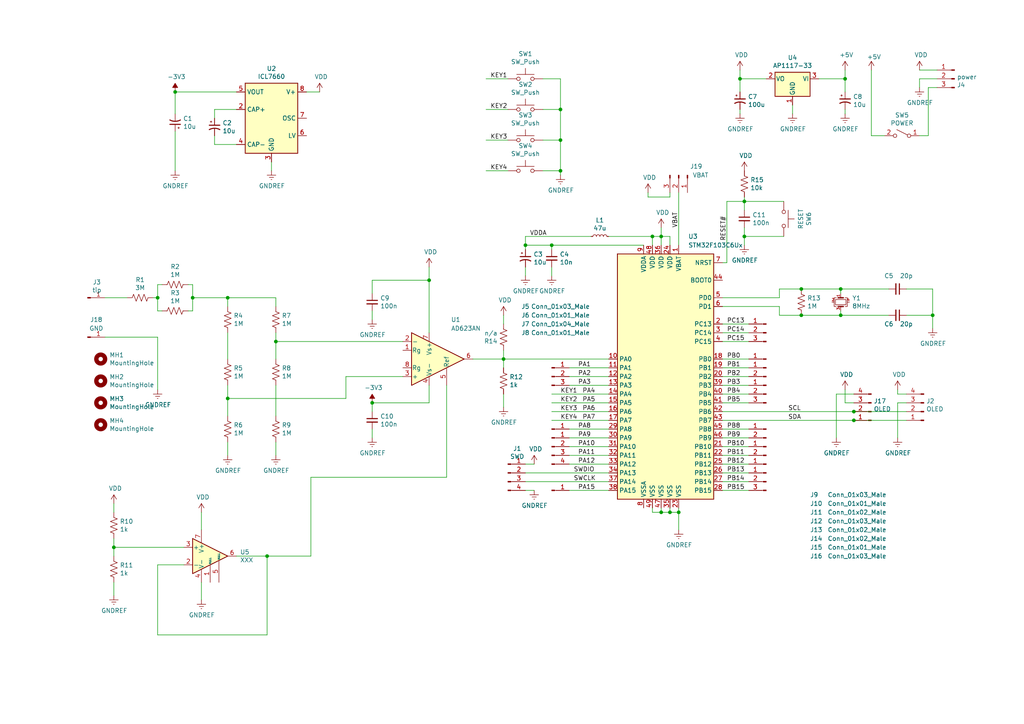
<source format=kicad_sch>
(kicad_sch (version 20211123) (generator eeschema)
  (paper "A4")
  (title_block (date "2018-11-05") (rev "1.1"))
  (lib_symbols
    (symbol "Amplifier_Instrumentation:AD623AN" (pin_names (offset 0.127))
      (property "Reference" "U" (at 3.556 7.366 0))
      (property "Value" "AD623AN" (at 6.604 5.334 0))
      (symbol "AD623AN_1_1"
        (pin passive line (at -7.62 2.54 0) (length 2.54) (name "Rg") (number "1"))
        (pin input line (at -7.62 5.08 0) (length 2.54) (name "-") (number "2"))
        (pin input line (at -7.62 -5.08 0) (length 2.54) (name "+") (number "3"))
        (pin power_in line (at 0 -7.62 90) (length 2.54) (name "Vs-") (number "4"))
        (pin passive line (at 5.08 -7.62 90) (length 5.08) (name "Ref") (number "5"))
        (pin output line (at 12.7 0 180) (length 2.54) (name "~") (number "6"))
        (pin power_in line (at 0 7.62 270) (length 2.54) (name "Vs+") (number "7"))
        (pin passive line (at -7.62 -2.54 0) (length 2.54) (name "Rg") (number "8"))
      )
    )
    (symbol "Amplifier_Operational:LM741" (pin_names (offset 0.127))
      (property "Reference" "U" (at 0 6.35 0))
      (property "Value" "LM741" (at 0 3.81 0))
      (symbol "LM741_1_1"
        (pin input line (at 0 -7.62 90) (length 5.08) (name "NULL") (number "1"))
        (pin input line (at -7.62 -2.54 0) (length 2.54) (name "-") (number "2"))
        (pin input line (at -7.62 2.54 0) (length 2.54) (name "+") (number "3"))
        (pin power_in line (at -2.54 -7.62 90) (length 3.81) (name "V-") (number "4"))
        (pin input line (at 2.54 -7.62 90) (length 6.35) (name "NULL") (number "5"))
        (pin output line (at 7.62 0 180) (length 2.54) (name "~") (number "6"))
        (pin power_in line (at -2.54 7.62 270) (length 3.81) (name "V+") (number "7"))
        (pin no_connect line (at 0 2.54 270) (length 2.54) hide (name "NC") (number "8"))
      )
    )
    (symbol "Connector:Conn_01x01_Male" (pin_names (offset 1.016) hide)
      (property "Reference" "J" (at 0 2.54 0))
      (property "Value" "Conn_01x01_Male" (at 0 -2.54 0))
      (symbol "Conn_01x01_Male_1_1"
        (pin passive line (at 5.08 0 180) (length 3.81) (name "Pin_1") (number "1"))
      )
    )
    (symbol "Connector:Conn_01x02_Male" (pin_names (offset 1.016) hide)
      (property "Reference" "J" (at 0 2.54 0))
      (property "Value" "Conn_01x02_Male" (at 0 -5.08 0))
      (symbol "Conn_01x02_Male_1_1"
        (pin passive line (at 5.08 0 180) (length 3.81) (name "Pin_1") (number "1"))
        (pin passive line (at 5.08 -2.54 180) (length 3.81) (name "Pin_2") (number "2"))
      )
    )
    (symbol "Connector:Conn_01x03_Male" (pin_names (offset 1.016) hide)
      (property "Reference" "J" (at 0 5.08 0))
      (property "Value" "Conn_01x03_Male" (at 0 -5.08 0))
      (symbol "Conn_01x03_Male_1_1"
        (pin passive line (at 5.08 2.54 180) (length 3.81) (name "Pin_1") (number "1"))
        (pin passive line (at 5.08 0 180) (length 3.81) (name "Pin_2") (number "2"))
        (pin passive line (at 5.08 -2.54 180) (length 3.81) (name "Pin_3") (number "3"))
      )
    )
    (symbol "Connector:Conn_01x04_Male" (pin_names (offset 1.016) hide)
      (property "Reference" "J" (at 0 5.08 0))
      (property "Value" "Conn_01x04_Male" (at 0 -7.62 0))
      (symbol "Conn_01x04_Male_1_1"
        (pin passive line (at 5.08 2.54 180) (length 3.81) (name "Pin_1") (number "1"))
        (pin passive line (at 5.08 0 180) (length 3.81) (name "Pin_2") (number "2"))
        (pin passive line (at 5.08 -2.54 180) (length 3.81) (name "Pin_3") (number "3"))
        (pin passive line (at 5.08 -5.08 180) (length 3.81) (name "Pin_4") (number "4"))
      )
    )
    (symbol "Device:CP1_Small" (pin_numbers hide) (pin_names (offset 0.254) hide)
      (property "Reference" "C" (at 0.254 1.778 0))
      (property "Value" "Device_CP1_Small" (at 0.254 -2.032 0))
      (symbol "CP1_Small_1_1"
        (pin passive line (at 0 2.54 270) (length 2.032) (name "~") (number "1"))
        (pin passive line (at 0 -2.54 90) (length 2.032) (name "~") (number "2"))
      )
    )
    (symbol "Device:C_Small" (pin_numbers hide) (pin_names (offset 0.254) hide)
      (property "Reference" "C" (at 0.254 1.778 0))
      (property "Value" "C_Small" (at 0.254 -2.032 0))
      (symbol "C_Small_1_1"
        (pin passive line (at 0 2.54 270) (length 2.032) (name "~") (number "1"))
        (pin passive line (at 0 -2.54 90) (length 2.032) (name "~") (number "2"))
      )
    )
    (symbol "Device:Crystal_GND24_Small" (pin_names (offset 1.016) hide)
      (property "Reference" "Y" (at 1.27 4.445 0))
      (property "Value" "Crystal_GND24_Small" (at 1.27 2.54 0))
      (symbol "Crystal_GND24_Small_1_1"
        (pin passive line (at -2.54 0 0) (length 1.27) (name "1") (number "1"))
        (pin passive line (at 0 -2.54 90) (length 0.635) (name "2") (number "2"))
        (pin passive line (at 2.54 0 180) (length 1.27) (name "3") (number "3"))
        (pin passive line (at 0 2.54 270) (length 0.635) (name "4") (number "4"))
      )
    )
    (symbol "Device:L_Small" (pin_numbers hide) (pin_names (offset 0.254) hide)
      (property "Reference" "L" (at 0.762 1.016 0))
      (property "Value" "L_Small" (at 0.762 -1.016 0))
      (symbol "L_Small_1_1"
        (pin passive line (at 0 2.54 270) (length 0.508) (name "~") (number "1"))
        (pin passive line (at 0 -2.54 90) (length 0.508) (name "~") (number "2"))
      )
    )
    (symbol "Device:R_US" (pin_numbers hide) (pin_names (offset 0))
      (property "Reference" "R" (at 2.54 0 90))
      (property "Value" "R_US" (at -2.54 0 90))
      (symbol "R_US_1_1"
        (pin passive line (at 0 3.81 270) (length 1.27) (name "~") (number "1"))
        (pin passive line (at 0 -3.81 90) (length 1.27) (name "~") (number "2"))
      )
    )
    (symbol "MCU_ST_STM32F1:STM32F103C6Ux"
      (property "Reference" "U" (at -15.24 36.83 0))
      (property "Value" "STM32F103C6Ux" (at 7.62 36.83 0))
      (symbol "STM32F103C6Ux_1_1"
        (pin power_in line (at -5.08 38.1 270) (length 2.54) (name "VBAT") (number "1"))
        (pin bidirectional line (at 15.24 5.08 180) (length 2.54) (name "PA0") (number "10"))
        (pin bidirectional line (at 15.24 2.54 180) (length 2.54) (name "PA1") (number "11"))
        (pin bidirectional line (at 15.24 0 180) (length 2.54) (name "PA2") (number "12"))
        (pin bidirectional line (at 15.24 -2.54 180) (length 2.54) (name "PA3") (number "13"))
        (pin bidirectional line (at 15.24 -5.08 180) (length 2.54) (name "PA4") (number "14"))
        (pin bidirectional line (at 15.24 -7.62 180) (length 2.54) (name "PA5") (number "15"))
        (pin bidirectional line (at 15.24 -10.16 180) (length 2.54) (name "PA6") (number "16"))
        (pin bidirectional line (at 15.24 -12.7 180) (length 2.54) (name "PA7") (number "17"))
        (pin bidirectional line (at -17.78 5.08 0) (length 2.54) (name "PB0") (number "18"))
        (pin bidirectional line (at -17.78 2.54 0) (length 2.54) (name "PB1") (number "19"))
        (pin bidirectional line (at -17.78 15.24 0) (length 2.54) (name "PC13") (number "2"))
        (pin bidirectional line (at -17.78 0 0) (length 2.54) (name "PB2") (number "20"))
        (pin bidirectional line (at -17.78 -20.32 0) (length 2.54) (name "PB10") (number "21"))
        (pin bidirectional line (at -17.78 -22.86 0) (length 2.54) (name "PB11") (number "22"))
        (pin power_in line (at -5.08 -38.1 90) (length 2.54) (name "VSS") (number "23"))
        (pin power_in line (at -2.54 38.1 270) (length 2.54) (name "VDD") (number "24"))
        (pin bidirectional line (at -17.78 -25.4 0) (length 2.54) (name "PB12") (number "25"))
        (pin bidirectional line (at -17.78 -27.94 0) (length 2.54) (name "PB13") (number "26"))
        (pin bidirectional line (at -17.78 -30.48 0) (length 2.54) (name "PB14") (number "27"))
        (pin bidirectional line (at -17.78 -33.02 0) (length 2.54) (name "PB15") (number "28"))
        (pin bidirectional line (at 15.24 -15.24 180) (length 2.54) (name "PA8") (number "29"))
        (pin bidirectional line (at -17.78 12.7 0) (length 2.54) (name "PC14") (number "3"))
        (pin bidirectional line (at 15.24 -17.78 180) (length 2.54) (name "PA9") (number "30"))
        (pin bidirectional line (at 15.24 -20.32 180) (length 2.54) (name "PA10") (number "31"))
        (pin bidirectional line (at 15.24 -22.86 180) (length 2.54) (name "PA11") (number "32"))
        (pin bidirectional line (at 15.24 -25.4 180) (length 2.54) (name "PA12") (number "33"))
        (pin bidirectional line (at 15.24 -27.94 180) (length 2.54) (name "PA13") (number "34"))
        (pin power_in line (at -2.54 -38.1 90) (length 2.54) (name "VSS") (number "35"))
        (pin power_in line (at 0 38.1 270) (length 2.54) (name "VDD") (number "36"))
        (pin bidirectional line (at 15.24 -30.48 180) (length 2.54) (name "PA14") (number "37"))
        (pin bidirectional line (at 15.24 -33.02 180) (length 2.54) (name "PA15") (number "38"))
        (pin bidirectional line (at -17.78 -2.54 0) (length 2.54) (name "PB3") (number "39"))
        (pin bidirectional line (at -17.78 10.16 0) (length 2.54) (name "PC15") (number "4"))
        (pin bidirectional line (at -17.78 -5.08 0) (length 2.54) (name "PB4") (number "40"))
        (pin bidirectional line (at -17.78 -7.62 0) (length 2.54) (name "PB5") (number "41"))
        (pin bidirectional line (at -17.78 -10.16 0) (length 2.54) (name "PB6") (number "42"))
        (pin bidirectional line (at -17.78 -12.7 0) (length 2.54) (name "PB7") (number "43"))
        (pin input line (at -17.78 27.94 0) (length 2.54) (name "BOOT0") (number "44"))
        (pin bidirectional line (at -17.78 -15.24 0) (length 2.54) (name "PB8") (number "45"))
        (pin bidirectional line (at -17.78 -17.78 0) (length 2.54) (name "PB9") (number "46"))
        (pin power_in line (at 0 -38.1 90) (length 2.54) (name "VSS") (number "47"))
        (pin power_in line (at 2.54 38.1 270) (length 2.54) (name "VDD") (number "48"))
        (pin power_in line (at 2.54 -38.1 90) (length 2.54) (name "VSS") (number "49"))
        (pin input line (at -17.78 22.86 0) (length 2.54) (name "PD0") (number "5"))
        (pin input line (at -17.78 20.32 0) (length 2.54) (name "PD1") (number "6"))
        (pin input line (at -17.78 33.02 0) (length 2.54) (name "NRST") (number "7"))
        (pin power_in line (at 5.08 -38.1 90) (length 2.54) (name "VSSA") (number "8"))
        (pin power_in line (at 5.08 38.1 270) (length 2.54) (name "VDDA") (number "9"))
      )
    )
    (symbol "Mechanical:MountingHole" (pin_names (offset 1.016))
      (property "Reference" "H" (at 0 5.08 0))
      (property "Value" "MountingHole" (at 0 3.175 0))
    )
    (symbol "Regulator_Linear:AP1117-33" (pin_names (offset 0.254))
      (property "Reference" "U" (at -3.81 3.175 0))
      (property "Value" "AP1117-33" (at 0 3.175 0))
      (symbol "AP1117-33_1_1"
        (pin power_in line (at 0 -7.62 90) (length 2.54) (name "GND") (number "1"))
        (pin power_out line (at 7.62 0 180) (length 2.54) (name "VO") (number "2"))
        (pin power_in line (at -7.62 0 0) (length 2.54) (name "VI") (number "3"))
      )
    )
    (symbol "Regulator_SwitchedCapacitor:ICL7660"
      (property "Reference" "U" (at -6.35 11.43 0))
      (property "Value" "ICL7660" (at 3.81 11.43 0))
      (symbol "ICL7660_1_1"
        (pin no_connect line (at -7.62 5.08 0) (length 2.54) hide (name "NC") (number "1"))
        (pin input line (at 10.16 2.54 180) (length 2.54) (name "CAP+") (number "2"))
        (pin power_in line (at 0 -12.7 90) (length 2.54) (name "GND") (number "3"))
        (pin input line (at 10.16 -7.62 180) (length 2.54) (name "CAP-") (number "4"))
        (pin power_out line (at 10.16 7.62 180) (length 2.54) (name "VOUT") (number "5"))
        (pin input line (at -10.16 -5.08 0) (length 2.54) (name "LV") (number "6"))
        (pin input line (at -10.16 0 0) (length 2.54) (name "OSC") (number "7"))
        (pin power_in line (at -10.16 7.62 0) (length 2.54) (name "V+") (number "8"))
      )
    )
    (symbol "Switch:SW_Push" (pin_numbers hide) (pin_names (offset 1.016) hide)
      (property "Reference" "SW" (at 1.27 2.54 0))
      (property "Value" "SW_Push" (at 0 -1.524 0))
      (symbol "SW_Push_0_1"
        (pin passive line (at -5.08 0 0) (length 2.54) (name "1") (number "1"))
        (pin passive line (at 5.08 0 180) (length 2.54) (name "2") (number "2"))
      )
    )
    (symbol "Switch:SW_SPST" (pin_names (offset 0) hide)
      (property "Reference" "SW" (at 0 3.175 0))
      (property "Value" "SW_SPST" (at 0 -2.54 0))
      (symbol "SW_SPST_1_1"
        (pin passive line (at -5.08 0 0) (length 2.54) (name "A") (number "1"))
        (pin passive line (at 5.08 0 180) (length 2.54) (name "B") (number "2"))
      )
    )
    (symbol "power:+5V" (power) (pin_names (offset 0))
      (property "Value" "+5V" (at 0 3.556 0))
      (symbol "+5V_1_1"
        (pin power_in line (at 0 0 90) (length 0) hide (name "+5V") (number "1"))
      )
    )
    (symbol "power:-3V3" (power) (pin_names (offset 0))
      (property "Value" "-3V3" (at 0 3.81 0))
      (symbol "-3V3_0_0"
        (pin power_in line (at 0 0 90) (length 0) hide (name "-3V3") (number "1"))
      )
    )
    (symbol "power:GNDREF" (power) (pin_names (offset 0))
      (property "Value" "GNDREF" (at 0 -3.81 0))
      (symbol "GNDREF_1_1"
        (pin power_in line (at 0 0 270) (length 0) hide (name "GNDREF") (number "1"))
      )
    )
    (symbol "power:VDD" (power) (pin_names (offset 0))
      (property "Value" "VDD" (at 0 3.81 0))
      (symbol "VDD_1_1"
        (pin power_in line (at 0 0 90) (length 0) hide (name "VDD") (number "1"))
      )
    )
  )
  (junction (at 194.31 148.59))
  (junction (at 55.88 86.36))
  (junction (at 215.9 58.42))
  (junction (at 162.56 40.64))
  (junction (at 146.05 104.14))
  (junction (at 270.51 91.44))
  (junction (at 77.47 161.29))
  (junction (at 66.04 115.57))
  (junction (at 124.46 81.28))
  (junction (at 245.11 22.86))
  (junction (at 162.56 31.75))
  (junction (at 247.65 119.38))
  (junction (at 243.84 83.82))
  (junction (at 189.23 68.58))
  (junction (at 232.41 83.82))
  (junction (at 162.56 49.53))
  (junction (at 152.4 71.12))
  (junction (at 214.63 22.86))
  (junction (at 247.65 121.92))
  (junction (at 232.41 91.44))
  (junction (at 191.77 148.59))
  (junction (at 66.04 86.36))
  (junction (at 243.84 91.44))
  (junction (at 191.77 68.58))
  (junction (at 45.72 86.36))
  (junction (at 33.02 158.75))
  (junction (at 107.95 116.84))
  (junction (at 80.01 99.06))
  (junction (at 196.85 148.59))
  (junction (at 50.8 26.67))
  (junction (at 160.02 71.12))
  (junction (at 215.9 68.58))
  (wire (pts (xy 194.31 148.59) (xy 196.85 148.59)))
  (wire (pts (xy 194.31 68.58) (xy 191.77 68.58)))
  (wire (pts (xy 217.17 116.84) (xy 209.55 116.84)))
  (wire (pts (xy 33.02 156.21) (xy 33.02 158.75)))
  (wire (pts (xy 33.02 168.91) (xy 33.02 172.72)))
  (wire (pts (xy 189.23 148.59) (xy 191.77 148.59)))
  (wire (pts (xy 53.34 163.83) (xy 45.72 163.83)))
  (wire (pts (xy 215.9 68.58) (xy 215.9 66.04)))
  (wire (pts (xy 271.78 20.32) (xy 266.7 20.32)))
  (wire (pts (xy 107.95 116.84) (xy 124.46 116.84)))
  (wire (pts (xy 55.88 86.36) (xy 66.04 86.36)))
  (wire (pts (xy 107.95 90.17) (xy 107.95 92.71)))
  (wire (pts (xy 154.94 142.24) (xy 152.4 142.24)))
  (wire (pts (xy 210.82 58.42) (xy 215.9 58.42)))
  (wire (pts (xy 100.33 115.57) (xy 100.33 109.22)))
  (wire (pts (xy 124.46 77.47) (xy 124.46 81.28)))
  (wire (pts (xy 147.32 49.53) (xy 140.97 49.53)))
  (wire (pts (xy 54.61 90.17) (xy 55.88 90.17)))
  (wire (pts (xy 146.05 101.6) (xy 146.05 104.14)))
  (wire (pts (xy 50.8 33.02) (xy 50.8 26.67)))
  (wire (pts (xy 78.74 49.53) (xy 78.74 46.99)))
  (wire (pts (xy 269.24 39.37) (xy 266.7 39.37)))
  (wire (pts (xy 176.53 124.46) (xy 165.1 124.46)))
  (wire (pts (xy 245.11 20.32) (xy 245.11 22.86)))
  (wire (pts (xy 209.55 109.22) (xy 217.17 109.22)))
  (wire (pts (xy 191.77 147.32) (xy 191.77 148.59)))
  (wire (pts (xy 243.84 91.44) (xy 257.81 91.44)))
  (wire (pts (xy 46.99 90.17) (xy 45.72 90.17)))
  (wire (pts (xy 214.63 31.75) (xy 214.63 33.02)))
  (wire (pts (xy 271.78 25.4) (xy 269.24 25.4)))
  (wire (pts (xy 80.01 96.52) (xy 80.01 99.06)))
  (wire (pts (xy 209.55 88.9) (xy 226.06 88.9)))
  (wire (pts (xy 77.47 184.15) (xy 77.47 161.29)))
  (wire (pts (xy 107.95 85.09) (xy 107.95 81.28)))
  (wire (pts (xy 146.05 106.68) (xy 146.05 104.14)))
  (wire (pts (xy 152.4 71.12) (xy 160.02 71.12)))
  (wire (pts (xy 77.47 161.29) (xy 90.17 161.29)))
  (wire (pts (xy 217.17 129.54) (xy 209.55 129.54)))
  (wire (pts (xy 270.51 91.44) (xy 270.51 95.25)))
  (wire (pts (xy 152.4 68.58) (xy 171.45 68.58)))
  (wire (pts (xy 229.87 30.48) (xy 229.87 33.02)))
  (wire (pts (xy 33.02 158.75) (xy 33.02 161.29)))
  (wire (pts (xy 62.23 41.91) (xy 62.23 39.37)))
  (wire (pts (xy 191.77 71.12) (xy 191.77 68.58)))
  (wire (pts (xy 217.17 134.62) (xy 209.55 134.62)))
  (wire (pts (xy 209.55 119.38) (xy 247.65 119.38)))
  (wire (pts (xy 152.4 137.16) (xy 176.53 137.16)))
  (wire (pts (xy 107.95 124.46) (xy 107.95 127)))
  (wire (pts (xy 260.35 116.84) (xy 260.35 127)))
  (wire (pts (xy 152.4 72.39) (xy 152.4 71.12)))
  (wire (pts (xy 189.23 147.32) (xy 189.23 148.59)))
  (wire (pts (xy 209.55 132.08) (xy 217.17 132.08)))
  (wire (pts (xy 226.06 91.44) (xy 232.41 91.44)))
  (wire (pts (xy 165.1 106.68) (xy 176.53 106.68)))
  (wire (pts (xy 160.02 71.12) (xy 186.69 71.12)))
  (wire (pts (xy 210.82 76.2) (xy 210.82 58.42)))
  (wire (pts (xy 55.88 86.36) (xy 55.88 82.55)))
  (wire (pts (xy 45.72 97.79) (xy 45.72 113.03)))
  (wire (pts (xy 45.72 90.17) (xy 45.72 86.36)))
  (wire (pts (xy 209.55 114.3) (xy 217.17 114.3)))
  (wire (pts (xy 222.25 22.86) (xy 214.63 22.86)))
  (wire (pts (xy 243.84 83.82) (xy 243.84 85.09)))
  (wire (pts (xy 214.63 22.86) (xy 214.63 20.32)))
  (wire (pts (xy 191.77 148.59) (xy 194.31 148.59)))
  (wire (pts (xy 176.53 68.58) (xy 189.23 68.58)))
  (wire (pts (xy 124.46 111.76) (xy 124.46 116.84)))
  (wire (pts (xy 187.96 57.15) (xy 187.96 55.88)))
  (wire (pts (xy 146.05 104.14) (xy 137.16 104.14)))
  (wire (pts (xy 147.32 31.75) (xy 140.97 31.75)))
  (wire (pts (xy 157.48 49.53) (xy 162.56 49.53)))
  (wire (pts (xy 209.55 124.46) (xy 217.17 124.46)))
  (wire (pts (xy 262.89 116.84) (xy 260.35 116.84)))
  (wire (pts (xy 160.02 77.47) (xy 160.02 80.01)))
  (wire (pts (xy 247.65 114.3) (xy 242.57 114.3)))
  (wire (pts (xy 80.01 86.36) (xy 80.01 88.9)))
  (wire (pts (xy 152.4 80.01) (xy 152.4 77.47)))
  (wire (pts (xy 196.85 148.59) (xy 196.85 153.67)))
  (wire (pts (xy 191.77 66.04) (xy 191.77 68.58)))
  (wire (pts (xy 176.53 114.3) (xy 160.02 114.3)))
  (wire (pts (xy 157.48 40.64) (xy 162.56 40.64)))
  (wire (pts (xy 262.89 114.3) (xy 260.35 114.3)))
  (wire (pts (xy 152.4 139.7) (xy 176.53 139.7)))
  (wire (pts (xy 243.84 90.17) (xy 243.84 91.44)))
  (wire (pts (xy 80.01 99.06) (xy 80.01 104.14)))
  (wire (pts (xy 245.11 31.75) (xy 245.11 33.02)))
  (wire (pts (xy 80.01 111.76) (xy 80.01 120.65)))
  (wire (pts (xy 215.9 58.42) (xy 227.33 58.42)))
  (wire (pts (xy 66.04 86.36) (xy 80.01 86.36)))
  (wire (pts (xy 152.4 71.12) (xy 152.4 68.58)))
  (wire (pts (xy 189.23 68.58) (xy 189.23 71.12)))
  (wire (pts (xy 266.7 22.86) (xy 266.7 25.4)))
  (wire (pts (xy 194.31 57.15) (xy 187.96 57.15)))
  (wire (pts (xy 176.53 121.92) (xy 160.02 121.92)))
  (wire (pts (xy 194.31 55.88) (xy 194.31 57.15)))
  (wire (pts (xy 147.32 22.86) (xy 140.97 22.86)))
  (wire (pts (xy 44.45 86.36) (xy 45.72 86.36)))
  (wire (pts (xy 176.53 109.22) (xy 165.1 109.22)))
  (wire (pts (xy 247.65 121.92) (xy 209.55 121.92)))
  (wire (pts (xy 226.06 86.36) (xy 226.06 83.82)))
  (wire (pts (xy 157.48 31.75) (xy 162.56 31.75)))
  (wire (pts (xy 176.53 129.54) (xy 165.1 129.54)))
  (wire (pts (xy 245.11 116.84) (xy 245.11 113.03)))
  (wire (pts (xy 157.48 22.86) (xy 162.56 22.86)))
  (wire (pts (xy 58.42 168.91) (xy 58.42 173.99)))
  (wire (pts (xy 68.58 31.75) (xy 62.23 31.75)))
  (wire (pts (xy 209.55 96.52) (xy 217.17 96.52)))
  (wire (pts (xy 146.05 118.11) (xy 146.05 114.3)))
  (wire (pts (xy 247.65 116.84) (xy 245.11 116.84)))
  (wire (pts (xy 162.56 22.86) (xy 162.56 31.75)))
  (wire (pts (xy 45.72 163.83) (xy 45.72 184.15)))
  (wire (pts (xy 226.06 83.82) (xy 232.41 83.82)))
  (wire (pts (xy 215.9 57.15) (xy 215.9 58.42)))
  (wire (pts (xy 66.04 96.52) (xy 66.04 104.14)))
  (wire (pts (xy 217.17 111.76) (xy 209.55 111.76)))
  (wire (pts (xy 107.95 81.28) (xy 124.46 81.28)))
  (wire (pts (xy 165.1 127) (xy 176.53 127)))
  (wire (pts (xy 100.33 109.22) (xy 116.84 109.22)))
  (wire (pts (xy 209.55 86.36) (xy 226.06 86.36)))
  (wire (pts (xy 77.47 161.29) (xy 68.58 161.29)))
  (wire (pts (xy 162.56 49.53) (xy 162.56 50.8)))
  (wire (pts (xy 165.1 111.76) (xy 176.53 111.76)))
  (wire (pts (xy 146.05 93.98) (xy 146.05 91.44)))
  (wire (pts (xy 62.23 31.75) (xy 62.23 34.29)))
  (wire (pts (xy 271.78 22.86) (xy 266.7 22.86)))
  (wire (pts (xy 162.56 40.64) (xy 162.56 49.53)))
  (wire (pts (xy 45.72 184.15) (xy 77.47 184.15)))
  (wire (pts (xy 55.88 90.17) (xy 55.88 86.36)))
  (wire (pts (xy 50.8 26.67) (xy 68.58 26.67)))
  (wire (pts (xy 243.84 83.82) (xy 257.81 83.82)))
  (wire (pts (xy 36.83 86.36) (xy 30.48 86.36)))
  (wire (pts (xy 217.17 139.7) (xy 209.55 139.7)))
  (wire (pts (xy 33.02 148.59) (xy 33.02 146.05)))
  (wire (pts (xy 262.89 121.92) (xy 247.65 121.92)))
  (wire (pts (xy 194.31 147.32) (xy 194.31 148.59)))
  (wire (pts (xy 217.17 93.98) (xy 209.55 93.98)))
  (wire (pts (xy 256.54 39.37) (xy 252.73 39.37)))
  (wire (pts (xy 209.55 137.16) (xy 217.17 137.16)))
  (wire (pts (xy 50.8 49.53) (xy 50.8 38.1)))
  (wire (pts (xy 176.53 104.14) (xy 146.05 104.14)))
  (wire (pts (xy 260.35 114.3) (xy 260.35 113.03)))
  (wire (pts (xy 160.02 71.12) (xy 160.02 72.39)))
  (wire (pts (xy 242.57 114.3) (xy 242.57 127)))
  (wire (pts (xy 196.85 148.59) (xy 196.85 147.32)))
  (wire (pts (xy 215.9 71.12) (xy 215.9 68.58)))
  (wire (pts (xy 165.1 132.08) (xy 176.53 132.08)))
  (wire (pts (xy 226.06 88.9) (xy 226.06 91.44)))
  (wire (pts (xy 58.42 148.59) (xy 58.42 153.67)))
  (wire (pts (xy 30.48 97.79) (xy 45.72 97.79)))
  (wire (pts (xy 154.94 134.62) (xy 152.4 134.62)))
  (wire (pts (xy 209.55 127) (xy 217.17 127)))
  (wire (pts (xy 66.04 111.76) (xy 66.04 115.57)))
  (wire (pts (xy 176.53 134.62) (xy 165.1 134.62)))
  (wire (pts (xy 270.51 83.82) (xy 270.51 91.44)))
  (wire (pts (xy 45.72 86.36) (xy 45.72 82.55)))
  (wire (pts (xy 80.01 99.06) (xy 116.84 99.06)))
  (wire (pts (xy 165.1 142.24) (xy 176.53 142.24)))
  (wire (pts (xy 90.17 138.43) (xy 129.54 138.43)))
  (wire (pts (xy 209.55 76.2) (xy 210.82 76.2)))
  (wire (pts (xy 269.24 25.4) (xy 269.24 39.37)))
  (wire (pts (xy 209.55 142.24) (xy 217.17 142.24)))
  (wire (pts (xy 247.65 119.38) (xy 262.89 119.38)))
  (wire (pts (xy 232.41 83.82) (xy 243.84 83.82)))
  (wire (pts (xy 245.11 22.86) (xy 237.49 22.86)))
  (wire (pts (xy 46.99 82.55) (xy 45.72 82.55)))
  (wire (pts (xy 90.17 161.29) (xy 90.17 138.43)))
  (wire (pts (xy 147.32 40.64) (xy 140.97 40.64)))
  (wire (pts (xy 54.61 82.55) (xy 55.88 82.55)))
  (wire (pts (xy 88.9 26.67) (xy 92.71 26.67)))
  (wire (pts (xy 66.04 86.36) (xy 66.04 88.9)))
  (wire (pts (xy 196.85 71.12) (xy 196.85 55.88)))
  (wire (pts (xy 214.63 22.86) (xy 214.63 26.67)))
  (wire (pts (xy 66.04 115.57) (xy 66.04 120.65)))
  (wire (pts (xy 227.33 68.58) (xy 215.9 68.58)))
  (wire (pts (xy 232.41 91.44) (xy 243.84 91.44)))
  (wire (pts (xy 215.9 58.42) (xy 215.9 60.96)))
  (wire (pts (xy 262.89 91.44) (xy 270.51 91.44)))
  (wire (pts (xy 217.17 99.06) (xy 209.55 99.06)))
  (wire (pts (xy 124.46 81.28) (xy 124.46 96.52)))
  (wire (pts (xy 129.54 111.76) (xy 129.54 138.43)))
  (wire (pts (xy 80.01 128.27) (xy 80.01 132.08)))
  (wire (pts (xy 176.53 116.84) (xy 160.02 116.84)))
  (wire (pts (xy 252.73 39.37) (xy 252.73 20.32)))
  (wire (pts (xy 53.34 158.75) (xy 33.02 158.75)))
  (wire (pts (xy 262.89 83.82) (xy 270.51 83.82)))
  (wire (pts (xy 68.58 41.91) (xy 62.23 41.91)))
  (wire (pts (xy 191.77 68.58) (xy 189.23 68.58)))
  (wire (pts (xy 217.17 106.68) (xy 209.55 106.68)))
  (wire (pts (xy 66.04 115.57) (xy 100.33 115.57)))
  (wire (pts (xy 209.55 104.14) (xy 217.17 104.14)))
  (wire (pts (xy 194.31 71.12) (xy 194.31 68.58)))
  (wire (pts (xy 245.11 22.86) (xy 245.11 26.67)))
  (wire (pts (xy 107.95 119.38) (xy 107.95 116.84)))
  (wire (pts (xy 176.53 119.38) (xy 160.02 119.38)))
  (wire (pts (xy 162.56 31.75) (xy 162.56 40.64)))
  (wire (pts (xy 66.04 132.08) (xy 66.04 128.27)))
  (label "KEY2" (at 142.24 31.75 0))
  (label "PB11" (at 210.82 132.08 0))
  (label "PA1" (at 167.64 106.68 0))
  (label "PB1" (at 210.82 106.68 0))
  (label "KEY2" (at 162.56 116.84 0))
  (label "PB0" (at 210.82 104.14 0))
  (label "PA10" (at 167.64 129.54 0))
  (label "RESET#" (at 210.82 69.85 90))
  (label "PC14" (at 210.82 96.52 0))
  (label "PA7" (at 168.91 121.92 0))
  (label "PA9" (at 167.64 127 0))
  (label "KEY1" (at 162.56 114.3 0))
  (label "PA4" (at 168.91 114.3 0))
  (label "VDDA" (at 153.67 68.58 0))
  (label "PB5" (at 210.82 116.84 0))
  (label "VBAT" (at 196.85 66.04 90))
  (label "PA5" (at 168.91 116.84 0))
  (label "PB14" (at 210.82 139.7 0))
  (label "PB12" (at 210.82 134.62 0))
  (label "PA8" (at 167.64 124.46 0))
  (label "KEY3" (at 162.56 119.38 0))
  (label "PA15" (at 167.64 142.24 0))
  (label "PB4" (at 210.82 114.3 0))
  (label "SWCLK" (at 166.37 139.7 0))
  (label "KEY4" (at 162.56 121.92 0))
  (label "KEY4" (at 142.24 49.53 0))
  (label "PB9" (at 210.82 127 0))
  (label "PB8" (at 210.82 124.46 0))
  (label "PA12" (at 167.64 134.62 0))
  (label "SCL" (at 228.6 119.38 0))
  (label "PC13" (at 210.82 93.98 0))
  (label "KEY3" (at 142.24 40.64 0))
  (label "SWDIO" (at 166.37 137.16 0))
  (label "PA11" (at 167.64 132.08 0))
  (label "PA6" (at 168.91 119.38 0))
  (label "PB15" (at 210.82 142.24 0))
  (label "PB13" (at 210.82 137.16 0))
  (label "PA3" (at 167.64 111.76 0))
  (label "SDA" (at 228.6 121.92 0))
  (label "PB2" (at 210.82 109.22 0))
  (label "PB10" (at 210.82 129.54 0))
  (label "PA2" (at 167.64 109.22 0))
  (label "PB3" (at 210.82 111.76 0))
  (label "KEY1" (at 142.24 22.86 0))
  (label "PC15" (at 210.82 99.06 0))
  (symbol (lib_id "Amplifier_Instrumentation:AD623AN") (at 124.46 104.14 0) (unit 1)
    (property "Reference" "U1" (at 130.81 92.71 0) (effects (justify left)))
    (property "Value" "AD623AN" (at 130.81 95.25 0) (effects (justify left)))
    (property "Footprint" "Package_SO:MSOP-8_3x3mm_P0.65mm" (effects hide))
    (property "Datasheet" "http://www.analog.com/media/en/technical-documentation/data-sheets/AD623.pdf" (effects hide))
  )
  (symbol (lib_id "Device:R_US") (at 146.05 110.49 180) (unit 1)
    (property "Reference" "R12" (at 147.7772 109.3216 0) (effects (justify right)))
    (property "Value" "1k" (at 147.7772 111.633 0) (effects (justify right)))
    (property "Footprint" "Resistor_SMD:R_0603_1608Metric_Pad0.98x0.95mm_HandSolder" (effects hide))
  )
  (symbol (lib_id "Device:R_US") (at 40.64 86.36 270) (unit 1)
    (property "Reference" "R1" (at 40.64 81.153 90))
    (property "Value" "3M" (at 40.64 83.4644 90))
    (property "Footprint" "Resistor_SMD:R_0603_1608Metric_Pad0.98x0.95mm_HandSolder" (effects hide))
  )
  (symbol (lib_id "Device:R_US") (at 50.8 82.55 270) (unit 1)
    (property "Reference" "R2" (at 50.8 77.343 90))
    (property "Value" "1M" (at 50.8 79.6544 90))
    (property "Footprint" "Resistor_SMD:R_0603_1608Metric_Pad0.98x0.95mm_HandSolder" (effects hide))
  )
  (symbol (lib_id "Device:R_US") (at 66.04 92.71 180) (unit 1)
    (property "Reference" "R4" (at 67.7672 91.5416 0) (effects (justify right)))
    (property "Value" "1M" (at 67.7672 93.853 0) (effects (justify right)))
    (property "Footprint" "Resistor_SMD:R_0603_1608Metric_Pad0.98x0.95mm_HandSolder" (effects hide))
  )
  (symbol (lib_id "Device:R_US") (at 66.04 124.46 180) (unit 1)
    (property "Reference" "R6" (at 67.7672 123.2916 0) (effects (justify right)))
    (property "Value" "1M" (at 67.7672 125.603 0) (effects (justify right)))
    (property "Footprint" "Resistor_SMD:R_0603_1608Metric_Pad0.98x0.95mm_HandSolder" (effects hide))
  )
  (symbol (lib_id "Device:R_US") (at 80.01 92.71 180) (unit 1)
    (property "Reference" "R7" (at 81.7372 91.5416 0) (effects (justify right)))
    (property "Value" "1M" (at 81.7372 93.853 0) (effects (justify right)))
    (property "Footprint" "Resistor_SMD:R_0603_1608Metric_Pad0.98x0.95mm_HandSolder" (effects hide))
  )
  (symbol (lib_id "Device:R_US") (at 80.01 124.46 180) (unit 1)
    (property "Reference" "R9" (at 81.7372 123.2916 0) (effects (justify right)))
    (property "Value" "1M" (at 81.7372 125.603 0) (effects (justify right)))
    (property "Footprint" "Resistor_SMD:R_0603_1608Metric_Pad0.98x0.95mm_HandSolder" (effects hide))
  )
  (symbol (lib_id "power:GNDREF") (at 66.04 132.08 0) (unit 1)
    (property "Reference" "#PWR0101" (effects hide))
    (property "Value" "GNDREF" (at 66.167 136.4742 0))
  )
  (symbol (lib_id "power:GNDREF") (at 80.01 132.08 0) (unit 1)
    (property "Reference" "#PWR0102" (effects hide))
    (property "Value" "GNDREF" (at 80.137 136.4742 0))
  )
  (symbol (lib_id "Regulator_SwitchedCapacitor:ICL7660") (at 78.74 34.29 0) (mirror y) (unit 1)
    (property "Reference" "U2" (at 78.74 19.8882 0))
    (property "Value" "ICL7660" (at 78.74 22.1996 0))
    (property "Footprint" "Package_SO:MSOP-8_3x3mm_P0.65mm" (effects hide))
    (property "Datasheet" "http://datasheets.maximintegrated.com/en/ds/ICL7660-MAX1044.pdf" (effects hide))
  )
  (symbol (lib_id "power:GNDREF") (at 146.05 118.11 0) (unit 1)
    (property "Reference" "#PWR0103" (effects hide))
    (property "Value" "GNDREF" (at 146.177 122.5042 0))
  )
  (symbol (lib_id "Device:R_US") (at 33.02 152.4 180) (unit 1)
    (property "Reference" "R10" (at 34.7472 151.2316 0) (effects (justify right)))
    (property "Value" "1k" (at 34.7472 153.543 0) (effects (justify right)))
    (property "Footprint" "Resistor_SMD:R_0603_1608Metric_Pad0.98x0.95mm_HandSolder" (effects hide))
  )
  (symbol (lib_id "Device:R_US") (at 33.02 165.1 180) (unit 1)
    (property "Reference" "R11" (at 34.7472 163.9316 0) (effects (justify right)))
    (property "Value" "1k" (at 34.7472 166.243 0) (effects (justify right)))
    (property "Footprint" "Resistor_SMD:R_0603_1608Metric_Pad0.98x0.95mm_HandSolder" (effects hide))
  )
  (symbol (lib_id "power:GNDREF") (at 33.02 172.72 0) (unit 1)
    (property "Reference" "#PWR0104" (effects hide))
    (property "Value" "GNDREF" (at 33.147 177.1142 0))
  )
  (symbol (lib_id "power:GNDREF") (at 78.74 49.53 0) (unit 1)
    (property "Reference" "#PWR0105" (effects hide))
    (property "Value" "GNDREF" (at 78.867 53.9242 0))
  )
  (symbol (lib_id "Device:CP1_Small") (at 62.23 36.83 0) (unit 1)
    (property "Reference" "C2" (at 64.5414 35.6616 0) (effects (justify left)))
    (property "Value" "10u" (at 64.5414 37.973 0) (effects (justify left)))
    (property "Footprint" "Capacitor_Tantalum_SMD:CP_EIA-3528-21_Kemet-B" (effects hide))
  )
  (symbol (lib_id "Device:CP1_Small") (at 50.8 35.56 180) (unit 1)
    (property "Reference" "C1" (at 53.1114 34.3916 0) (effects (justify right)))
    (property "Value" "10u" (at 53.1114 36.703 0) (effects (justify right)))
    (property "Footprint" "Capacitor_Tantalum_SMD:CP_EIA-3528-21_Kemet-B" (effects hide))
  )
  (symbol (lib_id "power:GNDREF") (at 50.8 49.53 0) (unit 1)
    (property "Reference" "#PWR0106" (effects hide))
    (property "Value" "GNDREF" (at 50.927 53.9242 0))
  )
  (symbol (lib_id "power:VDD") (at 124.46 77.47 0) (unit 1)
    (property "Reference" "#PWR0107" (effects hide))
    (property "Value" "VDD" (at 124.8918 73.0758 0))
  )
  (symbol (lib_id "power:VDD") (at 33.02 146.05 0) (unit 1)
    (property "Reference" "#PWR0108" (effects hide))
    (property "Value" "VDD" (at 33.4518 141.6558 0))
  )
  (symbol (lib_id "power:VDD") (at 92.71 26.67 0) (unit 1)
    (property "Reference" "#PWR0109" (effects hide))
    (property "Value" "VDD" (at 93.1418 22.2758 0))
  )
  (symbol (lib_id "power:VDD") (at 191.77 66.04 0) (unit 1)
    (property "Reference" "#PWR0110" (effects hide))
    (property "Value" "VDD" (at 192.2018 61.6458 0))
  )
  (symbol (lib_id "power:VDD") (at 260.35 113.03 0) (unit 1)
    (property "Reference" "#PWR06" (effects hide))
    (property "Value" "VDD" (at 260.7818 108.6358 0))
  )
  (symbol (lib_id "power:GNDREF") (at 260.35 127 0) (unit 1)
    (property "Reference" "#PWR07" (effects hide))
    (property "Value" "GNDREF" (at 260.477 131.3942 0))
  )
  (symbol (lib_id "Connector:Conn_01x04_Male") (at 267.97 119.38 180) (unit 1)
    (property "Reference" "J2" (at 268.6558 116.332 0) (effects (justify right)))
    (property "Value" "OLED" (at 268.6558 118.6434 0) (effects (justify right)))
    (property "Footprint" "Connector_PinHeader_2.54mm:PinHeader_1x04_P2.54mm_Vertical" (effects hide))
  )
  (symbol (lib_id "power:GNDREF") (at 154.94 142.24 0) (unit 1)
    (property "Reference" "#PWR05" (effects hide))
    (property "Value" "GNDREF" (at 155.067 146.6342 0))
  )
  (symbol (lib_id "power:VDD") (at 154.94 134.62 0) (unit 1)
    (property "Reference" "#PWR04" (effects hide))
    (property "Value" "VDD" (at 155.3718 130.2258 0))
  )
  (symbol (lib_id "Connector:Conn_01x04_Male") (at 147.32 137.16 0) (unit 1)
    (property "Reference" "J1" (at 150.0124 130.0988 0))
    (property "Value" "SWD" (at 150.0124 132.4102 0))
    (property "Footprint" "Connector_PinHeader_2.54mm:PinHeader_1x04_P2.54mm_Vertical" (effects hide))
  )
  (symbol (lib_id "power:GNDREF") (at 196.85 153.67 0) (unit 1)
    (property "Reference" "#PWR0111" (effects hide))
    (property "Value" "GNDREF" (at 196.977 158.0642 0))
  )
  (symbol (lib_id "Switch:SW_Push") (at 152.4 22.86 0) (unit 1)
    (property "Reference" "SW1" (at 152.4 15.621 0))
    (property "Value" "SW_Push" (at 152.4 17.9324 0))
    (property "Footprint" "Button_Switch_SMD:SW_SPST_B3U-1000P-B" (effects hide))
  )
  (symbol (lib_id "Switch:SW_Push") (at 152.4 31.75 0) (unit 1)
    (property "Reference" "SW2" (at 152.4 24.511 0))
    (property "Value" "SW_Push" (at 152.4 26.8224 0))
    (property "Footprint" "Button_Switch_SMD:SW_SPST_B3U-1000P-B" (effects hide))
  )
  (symbol (lib_id "Switch:SW_Push") (at 152.4 40.64 0) (unit 1)
    (property "Reference" "SW3" (at 152.4 33.401 0))
    (property "Value" "SW_Push" (at 152.4 35.7124 0))
    (property "Footprint" "Button_Switch_SMD:SW_SPST_B3U-1000P-B" (effects hide))
  )
  (symbol (lib_id "Switch:SW_Push") (at 152.4 49.53 0) (unit 1)
    (property "Reference" "SW4" (at 152.4 42.291 0))
    (property "Value" "SW_Push" (at 152.4 44.6024 0))
    (property "Footprint" "Button_Switch_SMD:SW_SPST_B3U-1000P-B" (effects hide))
  )
  (symbol (lib_id "Device:R_US") (at 66.04 107.95 180) (unit 1)
    (property "Reference" "R5" (at 67.7672 106.7816 0) (effects (justify right)))
    (property "Value" "1M" (at 67.7672 109.093 0) (effects (justify right)))
    (property "Footprint" "Resistor_SMD:R_0603_1608Metric_Pad0.98x0.95mm_HandSolder" (effects hide))
  )
  (symbol (lib_id "Device:R_US") (at 80.01 107.95 180) (unit 1)
    (property "Reference" "R8" (at 81.7372 106.7816 0) (effects (justify right)))
    (property "Value" "1M" (at 81.7372 109.093 0) (effects (justify right)))
    (property "Footprint" "Resistor_SMD:R_0603_1608Metric_Pad0.98x0.95mm_HandSolder" (effects hide))
  )
  (symbol (lib_id "Device:R_US") (at 50.8 90.17 270) (unit 1)
    (property "Reference" "R3" (at 50.8 84.963 90))
    (property "Value" "1M" (at 50.8 87.2744 90))
    (property "Footprint" "Resistor_SMD:R_0603_1608Metric_Pad0.98x0.95mm_HandSolder" (effects hide))
  )
  (symbol (lib_id "power:GNDREF") (at 162.56 50.8 0) (unit 1)
    (property "Reference" "#PWR08" (effects hide))
    (property "Value" "GNDREF" (at 162.687 55.1942 0))
  )
  (symbol (lib_id "Connector:Conn_01x01_Male") (at 25.4 86.36 0) (unit 1)
    (property "Reference" "J3" (at 28.0924 81.8388 0))
    (property "Value" "tip" (at 28.0924 84.1502 0))
    (property "Footprint" "Connector_PinHeader_2.54mm:PinHeader_1x01_P2.54mm_Horizontal" (effects hide))
  )
  (symbol (lib_id "Connector:Conn_01x03_Male") (at 276.86 22.86 0) (mirror y) (unit 1)
    (property "Reference" "J4" (at 277.5712 24.638 0) (effects (justify right)))
    (property "Value" "power" (at 277.5712 22.3266 0) (effects (justify right)))
    (property "Footprint" "Connector_PinHeader_2.54mm:PinHeader_1x03_P2.54mm_Horizontal" (effects hide))
  )
  (symbol (lib_id "power:VDD") (at 266.7 20.32 0) (unit 1)
    (property "Reference" "#PWR09" (effects hide))
    (property "Value" "VDD" (at 267.1318 15.9258 0))
  )
  (symbol (lib_id "Device:R_US") (at 232.41 87.63 0) (unit 1)
    (property "Reference" "R13" (at 234.1372 86.4616 0) (effects (justify left)))
    (property "Value" "1M" (at 234.1372 88.773 0) (effects (justify left)))
    (property "Footprint" "Resistor_SMD:R_0603_1608Metric_Pad0.98x0.95mm_HandSolder" (effects hide))
  )
  (symbol (lib_id "Device:Crystal_GND24_Small") (at 243.84 87.63 270) (unit 1)
    (property "Reference" "Y1" (at 247.1674 86.4616 90) (effects (justify left)))
    (property "Value" "8MHz" (at 247.1674 88.773 90) (effects (justify left)))
    (property "Footprint" "Crystal:Crystal_SMD_EuroQuartz_MT-4Pin_3.2x2.5mm" (effects hide))
  )
  (symbol (lib_id "Device:C_Small") (at 260.35 83.82 270) (unit 1)
    (property "Reference" "C5" (at 257.81 80.01 90))
    (property "Value" "20p" (at 262.89 80.01 90))
    (property "Footprint" "Capacitor_SMD:C_0603_1608Metric_Pad1.08x0.95mm_HandSolder" (effects hide))
  )
  (symbol (lib_id "Device:C_Small") (at 260.35 91.44 270) (unit 1)
    (property "Reference" "C6" (at 257.81 93.98 90))
    (property "Value" "20p" (at 262.89 93.98 90))
    (property "Footprint" "Capacitor_SMD:C_0603_1608Metric_Pad1.08x0.95mm_HandSolder" (effects hide))
  )
  (symbol (lib_id "power:GNDREF") (at 266.7 25.4 0) (unit 1)
    (property "Reference" "#PWR010" (effects hide))
    (property "Value" "GNDREF" (at 266.827 29.7942 0))
  )
  (symbol (lib_id "Regulator_Linear:AP1117-33") (at 229.87 22.86 0) (mirror y) (unit 1)
    (property "Reference" "U4" (at 229.87 16.7132 0))
    (property "Value" "AP1117-33" (at 229.87 19.0246 0))
    (property "Footprint" "Package_TO_SOT_SMD:SOT-223-3_TabPin2" (effects hide))
    (property "Datasheet" "http://www.diodes.com/datasheets/AP1117.pdf" (effects hide))
  )
  (symbol (lib_id "power:GNDREF") (at 270.51 95.25 0) (unit 1)
    (property "Reference" "#PWR03" (effects hide))
    (property "Value" "GNDREF" (at 270.637 99.6442 0))
  )
  (symbol (lib_id "Device:L_Small") (at 173.99 68.58 90) (unit 1)
    (property "Reference" "L1" (at 173.99 63.881 90))
    (property "Value" "47u" (at 173.99 66.1924 90))
    (property "Footprint" "Inductor_SMD:L_0805_2012Metric_Pad1.15x1.40mm_HandSolder" (effects hide))
  )
  (symbol (lib_id "Connector:Conn_01x03_Male") (at 160.02 109.22 0) (unit 1)
    (property "Reference" "J5" (at 152.4 88.9 0))
    (property "Value" "Conn_01x03_Male" (at 162.56 88.9 0))
    (property "Footprint" "Connector_PinHeader_2.54mm:PinHeader_1x03_P2.54mm_Vertical" (effects hide))
  )
  (symbol (lib_id "Device:C_Small") (at 160.02 74.93 0) (unit 1)
    (property "Reference" "C4" (at 162.3568 73.7616 0) (effects (justify left)))
    (property "Value" "10n" (at 162.3568 76.073 0) (effects (justify left)))
    (property "Footprint" "Capacitor_SMD:C_0603_1608Metric_Pad1.08x0.95mm_HandSolder" (effects hide))
  )
  (symbol (lib_id "Device:CP1_Small") (at 152.4 74.93 0) (unit 1)
    (property "Reference" "C3" (at 154.7368 73.7616 0) (effects (justify left)))
    (property "Value" "10u" (at 154.7368 76.073 0) (effects (justify left)))
    (property "Footprint" "Capacitor_Tantalum_SMD:CP_EIA-3528-21_Kemet-B" (effects hide))
  )
  (symbol (lib_id "Connector:Conn_01x02_Male") (at 222.25 106.68 0) (mirror y) (unit 1)
    (property "Reference" "J11" (at 234.95 148.59 0) (effects (justify right)))
    (property "Value" "Conn_01x02_Male" (at 240.03 148.59 0) (effects (justify right)))
    (property "Footprint" "Connector_PinHeader_2.54mm:PinHeader_1x02_P2.54mm_Vertical" (effects hide))
  )
  (symbol (lib_id "Connector:Conn_01x02_Male") (at 222.25 129.54 0) (mirror y) (unit 1)
    (property "Reference" "J14" (at 234.95 156.21 0) (effects (justify right)))
    (property "Value" "Conn_01x02_Male" (at 240.03 156.21 0) (effects (justify right)))
    (property "Footprint" "Connector_PinHeader_2.54mm:PinHeader_1x02_P2.54mm_Vertical" (effects hide))
  )
  (symbol (lib_id "Connector:Conn_01x03_Male") (at 222.25 139.7 0) (mirror y) (unit 1)
    (property "Reference" "J16" (at 234.95 161.29 0) (effects (justify right)))
    (property "Value" "Conn_01x03_Male" (at 240.03 161.29 0) (effects (justify right)))
    (property "Footprint" "Connector_PinHeader_2.54mm:PinHeader_1x03_P2.54mm_Vertical" (effects hide))
  )
  (symbol (lib_id "power:+5V") (at 252.73 20.32 0) (unit 1)
    (property "Reference" "#PWR011" (effects hide))
    (property "Value" "+5V" (at 251.46 16.51 0) (effects (justify left)))
  )
  (symbol (lib_id "power:+5V") (at 245.11 20.32 0) (unit 1)
    (property "Reference" "#PWR015" (effects hide))
    (property "Value" "+5V" (at 245.491 15.9258 0))
  )
  (symbol (lib_id "power:VDD") (at 214.63 20.32 0) (unit 1)
    (property "Reference" "#PWR012" (effects hide))
    (property "Value" "VDD" (at 215.0618 15.9258 0))
  )
  (symbol (lib_id "power:GNDREF") (at 229.87 33.02 0) (unit 1)
    (property "Reference" "#PWR014" (effects hide))
    (property "Value" "GNDREF" (at 229.997 37.4142 0))
  )
  (symbol (lib_id "Device:CP1_Small") (at 214.63 29.21 0) (unit 1)
    (property "Reference" "C7" (at 216.9414 28.0416 0) (effects (justify left)))
    (property "Value" "100u" (at 216.9414 30.353 0) (effects (justify left)))
    (property "Footprint" "Capacitor_Tantalum_SMD:CP_EIA-3528-21_Kemet-B" (effects hide))
  )
  (symbol (lib_id "Device:CP1_Small") (at 245.11 29.21 0) (unit 1)
    (property "Reference" "C8" (at 247.4214 28.0416 0) (effects (justify left)))
    (property "Value" "10u" (at 247.4214 30.353 0) (effects (justify left)))
    (property "Footprint" "Capacitor_Tantalum_SMD:CP_EIA-3528-21_Kemet-B" (effects hide))
  )
  (symbol (lib_id "Connector:Conn_01x04_Male") (at 160.02 129.54 0) (unit 1)
    (property "Reference" "J7" (at 152.4 93.98 0))
    (property "Value" "Conn_01x04_Male" (at 162.56 93.98 0))
    (property "Footprint" "Connector_PinHeader_2.54mm:PinHeader_1x04_P2.54mm_Vertical" (effects hide))
  )
  (symbol (lib_id "Connector:Conn_01x03_Male") (at 222.25 114.3 0) (mirror y) (unit 1)
    (property "Reference" "J12" (at 234.95 151.13 0) (effects (justify right)))
    (property "Value" "Conn_01x03_Male" (at 240.03 151.13 0) (effects (justify right)))
    (property "Footprint" "Connector_PinHeader_2.54mm:PinHeader_1x03_P2.54mm_Vertical" (effects hide))
  )
  (symbol (lib_id "Connector:Conn_01x01_Male") (at 160.02 142.24 0) (unit 1)
    (property "Reference" "J8" (at 152.4 96.52 0))
    (property "Value" "Conn_01x01_Male" (at 162.56 96.52 0))
    (property "Footprint" "Connector_PinHeader_2.54mm:PinHeader_1x01_P2.54mm_Vertical" (effects hide))
  )
  (symbol (lib_id "Connector:Conn_01x02_Male") (at 222.25 124.46 0) (mirror y) (unit 1)
    (property "Reference" "J13" (at 234.95 153.67 0) (effects (justify right)))
    (property "Value" "Conn_01x02_Male" (at 240.03 153.67 0) (effects (justify right)))
    (property "Footprint" "Connector_PinHeader_2.54mm:PinHeader_1x02_P2.54mm_Vertical" (effects hide))
  )
  (symbol (lib_id "Connector:Conn_01x01_Male") (at 222.25 134.62 180) (unit 1)
    (property "Reference" "J15" (at 234.95 158.75 0) (effects (justify right)))
    (property "Value" "Conn_01x01_Male" (at 240.03 158.75 0) (effects (justify right)))
    (property "Footprint" "Connector_PinHeader_2.54mm:PinHeader_1x01_P2.54mm_Vertical" (effects hide))
  )
  (symbol (lib_id "Connector:Conn_01x01_Male") (at 222.25 104.14 180) (unit 1)
    (property "Reference" "J10" (at 234.95 146.05 0) (effects (justify right)))
    (property "Value" "Conn_01x01_Male" (at 240.03 146.05 0) (effects (justify right)))
    (property "Footprint" "Connector_PinHeader_2.54mm:PinHeader_1x01_P2.54mm_Vertical" (effects hide))
  )
  (symbol (lib_id "Connector:Conn_01x01_Male") (at 160.02 124.46 0) (unit 1)
    (property "Reference" "J6" (at 152.4 91.44 0))
    (property "Value" "Conn_01x01_Male" (at 162.56 91.44 0))
    (property "Footprint" "Connector_PinHeader_2.54mm:PinHeader_1x01_P2.54mm_Vertical" (effects hide))
  )
  (symbol (lib_id "Connector:Conn_01x03_Male") (at 222.25 96.52 0) (mirror y) (unit 1)
    (property "Reference" "J9" (at 234.95 143.51 0) (effects (justify right)))
    (property "Value" "Conn_01x03_Male" (at 240.03 143.51 0) (effects (justify right)))
    (property "Footprint" "Connector_PinHeader_2.54mm:PinHeader_1x03_P2.54mm_Vertical" (effects hide))
  )
  (symbol (lib_id "power:GNDREF") (at 152.4 80.01 0) (unit 1)
    (property "Reference" "#PWR01" (effects hide))
    (property "Value" "GNDREF" (at 152.527 84.4042 0))
  )
  (symbol (lib_id "power:GNDREF") (at 160.02 80.01 0) (unit 1)
    (property "Reference" "#PWR02" (effects hide))
    (property "Value" "GNDREF" (at 160.147 84.4042 0))
  )
  (symbol (lib_id "power:GNDREF") (at 214.63 33.02 0) (unit 1)
    (property "Reference" "#PWR013" (effects hide))
    (property "Value" "GNDREF" (at 214.757 37.4142 0))
  )
  (symbol (lib_id "power:GNDREF") (at 245.11 33.02 0) (unit 1)
    (property "Reference" "#PWR016" (effects hide))
    (property "Value" "GNDREF" (at 245.237 37.4142 0))
  )
  (symbol (lib_id "power:-3V3") (at 50.8 26.67 0) (unit 1)
    (property "Reference" "#PWR0112" (effects hide))
    (property "Value" "-3V3" (at 51.181 22.2758 0))
  )
  (symbol (lib_id "Switch:SW_SPST") (at 261.62 39.37 0) (mirror y) (unit 1)
    (property "Reference" "SW5" (at 261.62 33.401 0))
    (property "Value" "POWER" (at 261.62 35.7124 0))
    (property "Footprint" "Button_Switch_SMD:SW_SPST_REED_CT05-XXXX-G1" (effects hide))
  )
  (symbol (lib_id "Connector:Conn_01x04_Male") (at 252.73 119.38 180) (unit 1)
    (property "Reference" "J17" (at 253.4158 116.332 0) (effects (justify right)))
    (property "Value" "OLED" (at 253.4158 118.6434 0) (effects (justify right)))
    (property "Footprint" "Connector_PinHeader_2.54mm:PinHeader_1x04_P2.54mm_Vertical" (effects hide))
  )
  (symbol (lib_id "power:VDD") (at 245.11 113.03 0) (unit 1)
    (property "Reference" "#PWR018" (effects hide))
    (property "Value" "VDD" (at 245.5418 108.6358 0))
  )
  (symbol (lib_id "power:GNDREF") (at 242.57 127 0) (unit 1)
    (property "Reference" "#PWR017" (effects hide))
    (property "Value" "GNDREF" (at 242.697 131.3942 0))
  )
  (symbol (lib_id "Connector:Conn_01x01_Male") (at 25.4 97.79 0) (unit 1)
    (property "Reference" "J18" (at 27.94 92.71 0))
    (property "Value" "GND" (at 27.94 95.25 0))
    (property "Footprint" "Connector_Wire:SolderWirePad_1x01_Drill1.5mm" (effects hide))
  )
  (symbol (lib_id "power:GNDREF") (at 45.72 113.03 0) (unit 1)
    (property "Reference" "#PWR019" (effects hide))
    (property "Value" "GNDREF" (at 45.847 117.4242 0))
  )
  (symbol (lib_id "Device:C_Small") (at 107.95 87.63 0) (unit 1)
    (property "Reference" "C9" (at 110.2868 86.4616 0) (effects (justify left)))
    (property "Value" "100n" (at 110.2868 88.773 0) (effects (justify left)))
    (property "Footprint" "Capacitor_SMD:C_0603_1608Metric_Pad1.08x0.95mm_HandSolder" (effects hide))
  )
  (symbol (lib_id "Device:R_US") (at 146.05 97.79 0) (unit 1)
    (property "Reference" "R14" (at 144.3228 98.9584 0) (effects (justify right)))
    (property "Value" "n/a" (at 144.3228 96.647 0) (effects (justify right)))
    (property "Footprint" "Resistor_SMD:R_0603_1608Metric_Pad0.98x0.95mm_HandSolder" (effects hide))
  )
  (symbol (lib_id "power:VDD") (at 146.05 91.44 0) (unit 1)
    (property "Reference" "#PWR022" (effects hide))
    (property "Value" "VDD" (at 146.4818 87.0458 0))
  )
  (symbol (lib_id "Device:C_Small") (at 107.95 121.92 0) (unit 1)
    (property "Reference" "C10" (at 110.2868 120.7516 0) (effects (justify left)))
    (property "Value" "100n" (at 110.2868 123.063 0) (effects (justify left)))
    (property "Footprint" "Capacitor_SMD:C_0603_1608Metric_Pad1.08x0.95mm_HandSolder" (effects hide))
  )
  (symbol (lib_id "power:GNDREF") (at 107.95 127 0) (unit 1)
    (property "Reference" "#PWR021" (effects hide))
    (property "Value" "GNDREF" (at 108.077 131.3942 0))
  )
  (symbol (lib_id "power:GNDREF") (at 107.95 92.71 0) (unit 1)
    (property "Reference" "#PWR020" (effects hide))
    (property "Value" "GNDREF" (at 108.077 97.1042 0))
  )
  (symbol (lib_id "Device:R_US") (at 215.9 53.34 0) (unit 1)
    (property "Reference" "R15" (at 217.6272 52.1716 0) (effects (justify left)))
    (property "Value" "10k" (at 217.6272 54.483 0) (effects (justify left)))
    (property "Footprint" "Resistor_SMD:R_0603_1608Metric_Pad0.98x0.95mm_HandSolder" (effects hide))
  )
  (symbol (lib_id "Device:C_Small") (at 215.9 63.5 0) (unit 1)
    (property "Reference" "C11" (at 218.2368 62.3316 0) (effects (justify left)))
    (property "Value" "100n" (at 218.2368 64.643 0) (effects (justify left)))
    (property "Footprint" "Capacitor_SMD:C_0603_1608Metric_Pad1.08x0.95mm_HandSolder" (effects hide))
  )
  (symbol (lib_id "Amplifier_Operational:LM741") (at 60.96 161.29 0) (unit 1)
    (property "Reference" "U5" (at 69.6214 160.1216 0) (effects (justify left)))
    (property "Value" "XXX" (at 69.6214 162.433 0) (effects (justify left)))
    (property "Footprint" "Package_SO:MSOP-8_3x3mm_P0.65mm" (effects hide))
    (property "Datasheet" "http://www.ti.com/lit/ds/symlink/lm741.pdf" (effects hide))
  )
  (symbol (lib_id "power:GNDREF") (at 58.42 173.99 0) (unit 1)
    (property "Reference" "#PWR024" (effects hide))
    (property "Value" "GNDREF" (at 58.547 178.3842 0))
  )
  (symbol (lib_id "power:VDD") (at 58.42 148.59 0) (unit 1)
    (property "Reference" "#PWR023" (effects hide))
    (property "Value" "VDD" (at 58.8518 144.1958 0))
  )
  (symbol (lib_id "power:GNDREF") (at 215.9 71.12 0) (unit 1)
    (property "Reference" "#PWR0113" (effects hide))
    (property "Value" "GNDREF" (at 216.027 75.5142 0))
  )
  (symbol (lib_id "power:VDD") (at 215.9 49.53 0) (unit 1)
    (property "Reference" "#PWR0114" (effects hide))
    (property "Value" "VDD" (at 216.3318 45.1358 0))
  )
  (symbol (lib_id "Switch:SW_Push") (at 227.33 63.5 270) (unit 1)
    (property "Reference" "SW6" (at 234.569 63.5 0))
    (property "Value" "RESET" (at 232.2576 63.5 0))
    (property "Footprint" "Button_Switch_SMD:SW_SPST_B3U-1000P-B" (effects hide))
  )
  (symbol (lib_id "power:-3V3") (at 107.95 116.84 0) (unit 1)
    (property "Reference" "#PWR0115" (effects hide))
    (property "Value" "-3V3" (at 108.331 112.4458 0))
  )
  (symbol (lib_id "Connector:Conn_01x03_Male") (at 196.85 50.8 270) (unit 1)
    (property "Reference" "J19" (at 201.93 48.26 90))
    (property "Value" "VBAT" (at 203.2 50.8 90))
    (property "Footprint" "Connector_PinHeader_2.54mm:PinHeader_1x03_P2.54mm_Vertical" (effects hide))
  )
  (symbol (lib_id "power:VDD") (at 187.96 55.88 0) (unit 1)
    (property "Reference" "#PWR0116" (effects hide))
    (property "Value" "VDD" (at 188.3918 51.4858 0))
  )
  (symbol (lib_id "Mechanical:MountingHole") (at 29.21 104.14 0) (unit 1)
    (property "Reference" "MH1" (at 31.75 102.9716 0) (effects (justify left)))
    (property "Value" "MountingHole" (at 31.75 105.283 0) (effects (justify left)))
    (property "Footprint" "MountingHole:MountingHole_3.5mm" (effects hide))
  )
  (symbol (lib_id "Mechanical:MountingHole") (at 29.21 110.49 0) (unit 1)
    (property "Reference" "MH2" (at 31.75 109.3216 0) (effects (justify left)))
    (property "Value" "MountingHole" (at 31.75 111.633 0) (effects (justify left)))
    (property "Footprint" "MountingHole:MountingHole_3.5mm" (effects hide))
  )
  (symbol (lib_id "Mechanical:MountingHole") (at 29.21 116.84 0) (unit 1)
    (property "Reference" "MH3" (at 31.75 115.6716 0) (effects (justify left)))
    (property "Value" "MountingHole" (at 31.75 117.983 0) (effects (justify left)))
    (property "Footprint" "MountingHole:MountingHole_3.5mm" (effects hide))
  )
  (symbol (lib_id "Mechanical:MountingHole") (at 29.21 123.19 0) (unit 1)
    (property "Reference" "MH4" (at 31.75 122.0216 0) (effects (justify left)))
    (property "Value" "MountingHole" (at 31.75 124.333 0) (effects (justify left)))
    (property "Footprint" "MountingHole:MountingHole_3.5mm" (effects hide))
  )
  (symbol (lib_id "MCU_ST_STM32F1:STM32F103C6Ux") (at 191.77 109.22 0) (mirror y) (unit 1)
    (property "Reference" "U3" (at 199.6187 68.58 0) (effects (justify right)))
    (property "Value" "STM32F103C6Ux" (at 199.6187 71.12 0) (effects (justify right)))
    (property "Footprint" "Package_DFN_QFN:QFN-48-1EP_7x7mm_P0.5mm_EP5.6x5.6mm" (effects hide))
    (property "Datasheet" "http://www.st.com/st-web-ui/static/active/en/resource/technical/document/datasheet/CD00210843.pdf" (effects hide))
  )
)
</source>
